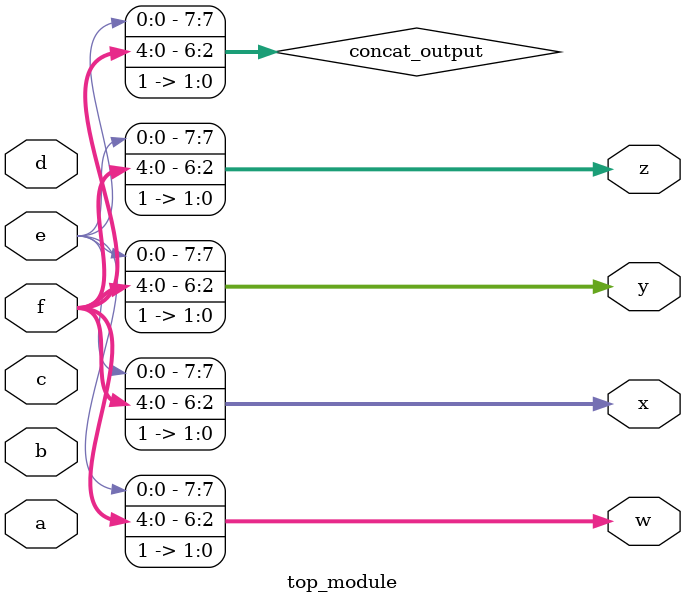
<source format=sv>
module top_module (
    input [4:0] a,
    input [4:0] b,
    input [4:0] c,
    input [4:0] d,
    input [4:0] e,
    input [4:0] f,
    output [7:0] w,
    output [7:0] x,
    output [7:0] y,
    output [7:0] z
);

wire [7:0] concat_output;
assign concat_output = {a,b,c,d,e,f,2'b11};

assign w = concat_output;
assign x = concat_output;
assign y = concat_output;
assign z = concat_output;

endmodule

</source>
